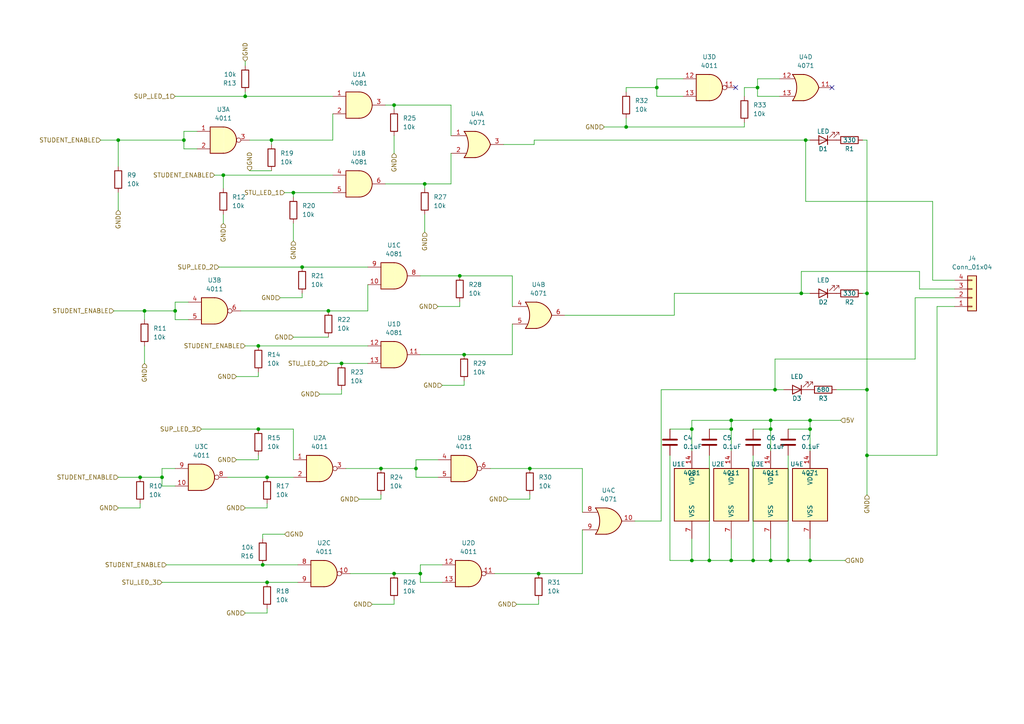
<source format=kicad_sch>
(kicad_sch (version 20211123) (generator eeschema)
  (paper "A4")
  (lib_symbols
    (symbol "4011_1" (pin_names (offset 1.016))
      (property "Reference" "U3" (at 0 8.89 0))
      (property "Value" "4011" (at 0 6.35 0))
      (symbol "4011_1_1_1"
        (pin input line (at -7.62 2.54 0) (length 3.81) (name "~") (number "1"))
        (pin input line (at -7.62 -2.54 0) (length 3.81) (name "~") (number "2"))
        (pin output inverted (at 7.62 0 180) (length 3.81) (name "~") (number "3"))
      )
      (symbol "4011_1_1_2"
        (pin input inverted (at -7.62 2.54 0) (length 4.318) (name "~") (number "1"))
        (pin input inverted (at -7.62 -2.54 0) (length 4.318) (name "~") (number "2"))
        (pin output line (at 7.62 0 180) (length 3.81) (name "~") (number "3"))
      )
      (symbol "4011_1_2_1"
        (pin output inverted (at 7.62 0 180) (length 3.81) (name "~") (number "4"))
        (pin input line (at -7.62 2.54 0) (length 3.81) (name "~") (number "5"))
        (pin input line (at -7.62 -2.54 0) (length 3.81) (name "~") (number "6"))
      )
      (symbol "4011_1_2_2"
        (pin output line (at 7.62 0 180) (length 3.81) (name "~") (number "4"))
        (pin input inverted (at -7.62 2.54 0) (length 4.318) (name "~") (number "5"))
        (pin input inverted (at -7.62 -2.54 0) (length 4.318) (name "~") (number "6"))
      )
      (symbol "4011_1_3_1"
        (pin input line (at -7.62 -2.54 0) (length 3.81) (name "~") (number "10"))
        (pin output inverted (at 7.62 0 180) (length 3.81) (name "") (number "8"))
        (pin input line (at -7.62 2.54 0) (length 3.81) (name "~") (number "9"))
      )
      (symbol "4011_1_3_2"
        (pin output line (at 7.62 0 180) (length 3.81) (name "~") (number "10"))
        (pin input inverted (at -7.62 2.54 0) (length 4.318) (name "~") (number "8"))
        (pin input inverted (at -7.62 -2.54 0) (length 4.318) (name "~") (number "9"))
      )
      (symbol "4011_1_4_1"
        (pin output inverted (at 7.62 0 180) (length 3.81) (name "~") (number "11"))
        (pin input line (at -7.62 2.54 0) (length 3.81) (name "~") (number "12"))
        (pin input line (at -7.62 -2.54 0) (length 3.81) (name "~") (number "13"))
      )
      (symbol "4011_1_4_2"
        (pin output line (at 7.62 0 180) (length 3.81) (name "~") (number "11"))
        (pin input inverted (at -7.62 2.54 0) (length 4.318) (name "~") (number "12"))
        (pin input inverted (at -7.62 -2.54 0) (length 4.318) (name "~") (number "13"))
      )
      (symbol "4011_1_5_0"
        (pin power_in line (at 0 12.7 270) (length 5.08) (name "VDD") (number "14"))
        (pin power_in line (at 0 -12.7 90) (length 5.08) (name "VSS") (number "7"))
      )
    )
    (symbol "4011_2" (pin_names (offset 1.016))
      (property "Reference" "U3" (at 0 8.89 0))
      (property "Value" "4011_2" (at 0 6.35 0))
      (symbol "4011_2_1_1"
        (pin input line (at -7.62 2.54 0) (length 3.81) (name "~") (number "1"))
        (pin input line (at -7.62 -2.54 0) (length 3.81) (name "~") (number "2"))
        (pin output inverted (at 7.62 0 180) (length 3.81) (name "~") (number "3"))
      )
      (symbol "4011_2_1_2"
        (pin input inverted (at -7.62 2.54 0) (length 4.318) (name "~") (number "1"))
        (pin input inverted (at -7.62 -2.54 0) (length 4.318) (name "~") (number "2"))
        (pin output line (at 7.62 0 180) (length 3.81) (name "~") (number "3"))
      )
      (symbol "4011_2_2_1"
        (pin input line (at -7.62 2.54 0) (length 3.81) (name "~") (number "4"))
        (pin input line (at -7.62 -2.54 0) (length 3.81) (name "~") (number "5"))
        (pin output inverted (at 7.62 0 180) (length 3.81) (name "~") (number "6"))
      )
      (symbol "4011_2_2_2"
        (pin output line (at 7.62 0 180) (length 3.81) (name "~") (number "4"))
        (pin input inverted (at -7.62 2.54 0) (length 4.318) (name "~") (number "5"))
        (pin input inverted (at -7.62 -2.54 0) (length 4.318) (name "~") (number "6"))
      )
      (symbol "4011_2_3_1"
        (pin output inverted (at 7.62 0 180) (length 3.81) (name "~") (number "10"))
        (pin input line (at -7.62 2.54 0) (length 3.81) (name "~") (number "8"))
        (pin input line (at -7.62 -2.54 0) (length 3.81) (name "~") (number "9"))
      )
      (symbol "4011_2_3_2"
        (pin output line (at 7.62 0 180) (length 3.81) (name "~") (number "10"))
        (pin input inverted (at -7.62 2.54 0) (length 4.318) (name "~") (number "8"))
        (pin input inverted (at -7.62 -2.54 0) (length 4.318) (name "~") (number "9"))
      )
      (symbol "4011_2_4_1"
        (pin output inverted (at 7.62 0 180) (length 3.81) (name "~") (number "11"))
        (pin input line (at -7.62 2.54 0) (length 3.81) (name "~") (number "12"))
        (pin input line (at -7.62 -2.54 0) (length 3.81) (name "~") (number "13"))
      )
      (symbol "4011_2_4_2"
        (pin output line (at 7.62 0 180) (length 3.81) (name "~") (number "11"))
        (pin input inverted (at -7.62 2.54 0) (length 4.318) (name "~") (number "12"))
        (pin input inverted (at -7.62 -2.54 0) (length 4.318) (name "~") (number "13"))
      )
      (symbol "4011_2_5_0"
        (pin power_in line (at 0 12.7 270) (length 5.08) (name "VDD") (number "14"))
        (pin power_in line (at 0 -12.7 90) (length 5.08) (name "VSS") (number "7"))
      )
    )
    (symbol "4011_3" (pin_names (offset 1.016))
      (property "Reference" "U2" (at 0 8.89 0))
      (property "Value" "4011_3" (at 0 6.35 0))
      (symbol "4011_3_1_1"
        (pin input line (at -7.62 2.54 0) (length 3.81) (name "~") (number "1"))
        (pin input line (at -7.62 -2.54 0) (length 3.81) (name "~") (number "2"))
        (pin output inverted (at 7.62 0 180) (length 3.81) (name "~") (number "3"))
      )
      (symbol "4011_3_1_2"
        (pin input inverted (at -7.62 2.54 0) (length 4.318) (name "~") (number "1"))
        (pin input inverted (at -7.62 -2.54 0) (length 4.318) (name "~") (number "2"))
        (pin output line (at 7.62 0 180) (length 3.81) (name "~") (number "3"))
      )
      (symbol "4011_3_2_1"
        (pin input line (at -7.62 2.54 0) (length 3.81) (name "~") (number "4"))
        (pin input line (at -7.62 -2.54 0) (length 3.81) (name "~") (number "5"))
        (pin output inverted (at 7.62 0 180) (length 3.81) (name "~") (number "6"))
      )
      (symbol "4011_3_2_2"
        (pin output line (at 7.62 0 180) (length 3.81) (name "~") (number "4"))
        (pin input inverted (at -7.62 2.54 0) (length 4.318) (name "~") (number "5"))
        (pin input inverted (at -7.62 -2.54 0) (length 4.318) (name "~") (number "6"))
      )
      (symbol "4011_3_3_1"
        (pin output inverted (at 7.62 0 180) (length 3.81) (name "~") (number "10"))
        (pin input line (at -7.62 2.54 0) (length 3.81) (name "~") (number "8"))
        (pin input line (at -7.62 -2.54 0) (length 3.81) (name "~") (number "9"))
      )
      (symbol "4011_3_3_2"
        (pin output line (at 7.62 0 180) (length 3.81) (name "~") (number "10"))
        (pin input inverted (at -7.62 2.54 0) (length 4.318) (name "~") (number "8"))
        (pin input inverted (at -7.62 -2.54 0) (length 4.318) (name "~") (number "9"))
      )
      (symbol "4011_3_4_1"
        (pin output inverted (at 7.62 0 180) (length 3.81) (name "~") (number "11"))
        (pin input line (at -7.62 2.54 0) (length 3.81) (name "~") (number "12"))
        (pin input line (at -7.62 -2.54 0) (length 3.81) (name "~") (number "13"))
      )
      (symbol "4011_3_4_2"
        (pin output line (at 7.62 0 180) (length 3.81) (name "~") (number "11"))
        (pin input inverted (at -7.62 2.54 0) (length 4.318) (name "~") (number "12"))
        (pin input inverted (at -7.62 -2.54 0) (length 4.318) (name "~") (number "13"))
      )
      (symbol "4011_3_5_0"
        (pin power_in line (at 0 12.7 270) (length 5.08) (name "VDD") (number "14"))
        (pin power_in line (at 0 -12.7 90) (length 5.08) (name "VSS") (number "7"))
      )
    )
    (symbol "4071_1" (pin_names (offset 1.016))
      (property "Reference" "U4" (at 0 8.89 0))
      (property "Value" "4071_1" (at 0 6.35 0))
      (symbol "4071_1_1_1"
        (pin input line (at -7.62 2.54 0) (length 4.318) (name "~") (number "1"))
        (pin input line (at -7.62 -2.54 0) (length 4.318) (name "~") (number "2"))
        (pin output line (at 7.62 0 180) (length 3.81) (name "~") (number "3"))
      )
      (symbol "4071_1_1_2"
        (pin input inverted (at -7.62 2.54 0) (length 3.81) (name "~") (number "1"))
        (pin input inverted (at -7.62 -2.54 0) (length 3.81) (name "~") (number "2"))
        (pin output inverted (at 7.62 0 180) (length 3.81) (name "~") (number "3"))
      )
      (symbol "4071_1_2_1"
        (pin input line (at -7.62 2.54 0) (length 4.318) (name "~") (number "4"))
        (pin input line (at -7.62 -2.54 0) (length 4.318) (name "~") (number "5"))
        (pin output line (at 7.62 0 180) (length 3.81) (name "~") (number "6"))
      )
      (symbol "4071_1_2_2"
        (pin output inverted (at 7.62 0 180) (length 3.81) (name "~") (number "4"))
        (pin input inverted (at -7.62 2.54 0) (length 3.81) (name "~") (number "5"))
        (pin input inverted (at -7.62 -2.54 0) (length 3.81) (name "~") (number "6"))
      )
      (symbol "4071_1_3_1"
        (pin output line (at 7.62 0 180) (length 3.81) (name "~") (number "10"))
        (pin input line (at -7.62 2.54 0) (length 4.318) (name "~") (number "8"))
        (pin input line (at -7.62 -2.54 0) (length 4.318) (name "~") (number "9"))
      )
      (symbol "4071_1_3_2"
        (pin output inverted (at 7.62 0 180) (length 3.81) (name "~") (number "10"))
        (pin input inverted (at -7.62 2.54 0) (length 3.81) (name "~") (number "8"))
        (pin input inverted (at -7.62 -2.54 0) (length 3.81) (name "~") (number "9"))
      )
      (symbol "4071_1_4_1"
        (pin output line (at 7.62 0 180) (length 3.81) (name "~") (number "11"))
        (pin input line (at -7.62 2.54 0) (length 4.318) (name "~") (number "12"))
        (pin input line (at -7.62 -2.54 0) (length 4.318) (name "~") (number "13"))
      )
      (symbol "4071_1_4_2"
        (pin output inverted (at 7.62 0 180) (length 3.81) (name "~") (number "11"))
        (pin input inverted (at -7.62 2.54 0) (length 3.81) (name "~") (number "12"))
        (pin input inverted (at -7.62 -2.54 0) (length 3.81) (name "~") (number "13"))
      )
      (symbol "4071_1_5_0"
        (pin power_in line (at 0 12.7 270) (length 5.08) (name "VDD") (number "14"))
        (pin power_in line (at 0 -12.7 90) (length 5.08) (name "VSS") (number "7"))
      )
    )
    (symbol "4081_1" (pin_names (offset 1.016))
      (property "Reference" "U1" (at 0 8.89 0))
      (property "Value" "4081_1" (at 0 6.35 0))
      (symbol "4081_1_1_1"
        (pin input line (at -7.62 2.54 0) (length 3.81) (name "~") (number "1"))
        (pin input line (at -7.62 -2.54 0) (length 3.81) (name "~") (number "2"))
        (pin output line (at 7.62 0 180) (length 3.81) (name "~") (number "3"))
      )
      (symbol "4081_1_1_2"
        (pin input inverted (at -7.62 2.54 0) (length 4.318) (name "~") (number "1"))
        (pin input inverted (at -7.62 -2.54 0) (length 4.318) (name "~") (number "2"))
        (pin output inverted (at 7.62 0 180) (length 3.81) (name "~") (number "3"))
      )
      (symbol "4081_1_2_1"
        (pin output line (at 7.62 0 180) (length 3.81) (name "~") (number "4"))
        (pin input line (at -7.62 2.54 0) (length 3.81) (name "~") (number "5"))
        (pin input line (at -7.62 -2.54 0) (length 3.81) (name "~") (number "6"))
      )
      (symbol "4081_1_2_2"
        (pin output inverted (at 7.62 0 180) (length 3.81) (name "~") (number "4"))
        (pin input inverted (at -7.62 2.54 0) (length 4.318) (name "~") (number "5"))
        (pin input inverted (at -7.62 -2.54 0) (length 4.318) (name "~") (number "6"))
      )
      (symbol "4081_1_3_1"
        (pin input line (at -7.62 -2.54 0) (length 3.81) (name "~") (number "10"))
        (pin output line (at 7.62 0 180) (length 3.81) (name "~") (number "8"))
        (pin input line (at -7.62 2.54 0) (length 3.81) (name "~") (number "9"))
      )
      (symbol "4081_1_3_2"
        (pin output inverted (at 7.62 0 180) (length 3.81) (name "~") (number "10"))
        (pin input inverted (at -7.62 2.54 0) (length 4.318) (name "~") (number "8"))
        (pin input inverted (at -7.62 -2.54 0) (length 4.318) (name "~") (number "9"))
      )
      (symbol "4081_1_4_1"
        (pin output line (at 7.62 0 180) (length 3.81) (name "~") (number "11"))
        (pin input line (at -7.62 2.54 0) (length 3.81) (name "~") (number "12"))
        (pin input line (at -7.62 -2.54 0) (length 3.81) (name "~") (number "13"))
      )
      (symbol "4081_1_4_2"
        (pin output inverted (at 7.62 0 180) (length 3.81) (name "~") (number "11"))
        (pin input inverted (at -7.62 2.54 0) (length 4.318) (name "~") (number "12"))
        (pin input inverted (at -7.62 -2.54 0) (length 4.318) (name "~") (number "13"))
      )
      (symbol "4081_1_5_0"
        (pin power_in line (at 0 12.7 270) (length 5.08) (name "VDD") (number "14"))
        (pin power_in line (at 0 -12.7 90) (length 5.08) (name "VSS") (number "7"))
      )
    )
    (symbol "4081_2" (pin_names (offset 1.016))
      (property "Reference" "U1" (at 0 8.89 0))
      (property "Value" "4081_2" (at 0 6.35 0))
      (symbol "4081_2_1_1"
        (pin input line (at -7.62 2.54 0) (length 3.81) (name "~") (number "1"))
        (pin input line (at -7.62 -2.54 0) (length 3.81) (name "~") (number "2"))
        (pin output line (at 7.62 0 180) (length 3.81) (name "~") (number "3"))
      )
      (symbol "4081_2_1_2"
        (pin input inverted (at -7.62 2.54 0) (length 4.318) (name "~") (number "1"))
        (pin input inverted (at -7.62 -2.54 0) (length 4.318) (name "~") (number "2"))
        (pin output inverted (at 7.62 0 180) (length 3.81) (name "~") (number "3"))
      )
      (symbol "4081_2_2_1"
        (pin input line (at -7.62 2.54 0) (length 3.81) (name "~") (number "4"))
        (pin input line (at -7.62 -2.54 0) (length 3.81) (name "~") (number "5"))
        (pin output line (at 7.62 0 180) (length 3.81) (name "~") (number "6"))
      )
      (symbol "4081_2_2_2"
        (pin output inverted (at 7.62 0 180) (length 3.81) (name "~") (number "4"))
        (pin input inverted (at -7.62 2.54 0) (length 4.318) (name "~") (number "5"))
        (pin input inverted (at -7.62 -2.54 0) (length 4.318) (name "~") (number "6"))
      )
      (symbol "4081_2_3_1"
        (pin output line (at 7.62 0 180) (length 3.81) (name "~") (number "10"))
        (pin input line (at -7.62 2.54 0) (length 3.81) (name "~") (number "8"))
        (pin input line (at -7.62 -2.54 0) (length 3.81) (name "~") (number "9"))
      )
      (symbol "4081_2_3_2"
        (pin output inverted (at 7.62 0 180) (length 3.81) (name "~") (number "10"))
        (pin input inverted (at -7.62 2.54 0) (length 4.318) (name "~") (number "8"))
        (pin input inverted (at -7.62 -2.54 0) (length 4.318) (name "~") (number "9"))
      )
      (symbol "4081_2_4_1"
        (pin output line (at 7.62 0 180) (length 3.81) (name "~") (number "11"))
        (pin input line (at -7.62 2.54 0) (length 3.81) (name "~") (number "12"))
        (pin input line (at -7.62 -2.54 0) (length 3.81) (name "~") (number "13"))
      )
      (symbol "4081_2_4_2"
        (pin output inverted (at 7.62 0 180) (length 3.81) (name "~") (number "11"))
        (pin input inverted (at -7.62 2.54 0) (length 4.318) (name "~") (number "12"))
        (pin input inverted (at -7.62 -2.54 0) (length 4.318) (name "~") (number "13"))
      )
      (symbol "4081_2_5_0"
        (pin power_in line (at 0 12.7 270) (length 5.08) (name "VDD") (number "14"))
        (pin power_in line (at 0 -12.7 90) (length 5.08) (name "VSS") (number "7"))
      )
    )
    (symbol "4xxx:4011" (pin_names (offset 1.016))
      (property "Reference" "U" (at 0 1.27 0))
      (property "Value" "4011" (at 0 -1.27 0))
      (symbol "4011_1_1"
        (pin input line (at -7.62 2.54 0) (length 3.81) (name "~") (number "1"))
        (pin input line (at -7.62 -2.54 0) (length 3.81) (name "~") (number "2"))
        (pin output inverted (at 7.62 0 180) (length 3.81) (name "~") (number "3"))
      )
      (symbol "4011_1_2"
        (pin input inverted (at -7.62 2.54 0) (length 4.318) (name "~") (number "1"))
        (pin input inverted (at -7.62 -2.54 0) (length 4.318) (name "~") (number "2"))
        (pin output line (at 7.62 0 180) (length 3.81) (name "~") (number "3"))
      )
      (symbol "4011_2_1"
        (pin output inverted (at 7.62 0 180) (length 3.81) (name "~") (number "4"))
        (pin input line (at -7.62 2.54 0) (length 3.81) (name "~") (number "5"))
        (pin input line (at -7.62 -2.54 0) (length 3.81) (name "~") (number "6"))
      )
      (symbol "4011_2_2"
        (pin output line (at 7.62 0 180) (length 3.81) (name "~") (number "4"))
        (pin input inverted (at -7.62 2.54 0) (length 4.318) (name "~") (number "5"))
        (pin input inverted (at -7.62 -2.54 0) (length 4.318) (name "~") (number "6"))
      )
      (symbol "4011_3_1"
        (pin output inverted (at 7.62 0 180) (length 3.81) (name "~") (number "10"))
        (pin input line (at -7.62 2.54 0) (length 3.81) (name "~") (number "8"))
        (pin input line (at -7.62 -2.54 0) (length 3.81) (name "~") (number "9"))
      )
      (symbol "4011_3_2"
        (pin output line (at 7.62 0 180) (length 3.81) (name "~") (number "10"))
        (pin input inverted (at -7.62 2.54 0) (length 4.318) (name "~") (number "8"))
        (pin input inverted (at -7.62 -2.54 0) (length 4.318) (name "~") (number "9"))
      )
      (symbol "4011_4_1"
        (pin output inverted (at 7.62 0 180) (length 3.81) (name "~") (number "11"))
        (pin input line (at -7.62 2.54 0) (length 3.81) (name "~") (number "12"))
        (pin input line (at -7.62 -2.54 0) (length 3.81) (name "~") (number "13"))
      )
      (symbol "4011_4_2"
        (pin output line (at 7.62 0 180) (length 3.81) (name "~") (number "11"))
        (pin input inverted (at -7.62 2.54 0) (length 4.318) (name "~") (number "12"))
        (pin input inverted (at -7.62 -2.54 0) (length 4.318) (name "~") (number "13"))
      )
      (symbol "4011_5_0"
        (pin power_in line (at 0 12.7 270) (length 5.08) (name "VDD") (number "14"))
        (pin power_in line (at 0 -12.7 90) (length 5.08) (name "VSS") (number "7"))
      )
    )
    (symbol "4xxx:4071" (pin_names (offset 1.016))
      (property "Reference" "U" (at 0 1.27 0))
      (property "Value" "4071" (at 0 -1.27 0))
      (symbol "4071_1_1"
        (pin input line (at -7.62 2.54 0) (length 4.318) (name "~") (number "1"))
        (pin input line (at -7.62 -2.54 0) (length 4.318) (name "~") (number "2"))
        (pin output line (at 7.62 0 180) (length 3.81) (name "~") (number "3"))
      )
      (symbol "4071_1_2"
        (pin input inverted (at -7.62 2.54 0) (length 3.81) (name "~") (number "1"))
        (pin input inverted (at -7.62 -2.54 0) (length 3.81) (name "~") (number "2"))
        (pin output inverted (at 7.62 0 180) (length 3.81) (name "~") (number "3"))
      )
      (symbol "4071_2_1"
        (pin output line (at 7.62 0 180) (length 3.81) (name "~") (number "4"))
        (pin input line (at -7.62 2.54 0) (length 4.318) (name "~") (number "5"))
        (pin input line (at -7.62 -2.54 0) (length 4.318) (name "~") (number "6"))
      )
      (symbol "4071_2_2"
        (pin output inverted (at 7.62 0 180) (length 3.81) (name "~") (number "4"))
        (pin input inverted (at -7.62 2.54 0) (length 3.81) (name "~") (number "5"))
        (pin input inverted (at -7.62 -2.54 0) (length 3.81) (name "~") (number "6"))
      )
      (symbol "4071_3_1"
        (pin output line (at 7.62 0 180) (length 3.81) (name "~") (number "10"))
        (pin input line (at -7.62 2.54 0) (length 4.318) (name "~") (number "8"))
        (pin input line (at -7.62 -2.54 0) (length 4.318) (name "~") (number "9"))
      )
      (symbol "4071_3_2"
        (pin output inverted (at 7.62 0 180) (length 3.81) (name "~") (number "10"))
        (pin input inverted (at -7.62 2.54 0) (length 3.81) (name "~") (number "8"))
        (pin input inverted (at -7.62 -2.54 0) (length 3.81) (name "~") (number "9"))
      )
      (symbol "4071_4_1"
        (pin output line (at 7.62 0 180) (length 3.81) (name "~") (number "11"))
        (pin input line (at -7.62 2.54 0) (length 4.318) (name "~") (number "12"))
        (pin input line (at -7.62 -2.54 0) (length 4.318) (name "~") (number "13"))
      )
      (symbol "4071_4_2"
        (pin output inverted (at 7.62 0 180) (length 3.81) (name "~") (number "11"))
        (pin input inverted (at -7.62 2.54 0) (length 3.81) (name "~") (number "12"))
        (pin input inverted (at -7.62 -2.54 0) (length 3.81) (name "~") (number "13"))
      )
      (symbol "4071_5_0"
        (pin power_in line (at 0 12.7 270) (length 5.08) (name "VDD") (number "14"))
        (pin power_in line (at 0 -12.7 90) (length 5.08) (name "VSS") (number "7"))
      )
    )
    (symbol "4xxx:4081" (pin_names (offset 1.016))
      (property "Reference" "U" (at 0 1.27 0))
      (property "Value" "4081" (at 0 -1.27 0))
      (symbol "4081_1_1"
        (pin input line (at -7.62 2.54 0) (length 3.81) (name "~") (number "1"))
        (pin input line (at -7.62 -2.54 0) (length 3.81) (name "~") (number "2"))
        (pin output line (at 7.62 0 180) (length 3.81) (name "~") (number "3"))
      )
      (symbol "4081_1_2"
        (pin input inverted (at -7.62 2.54 0) (length 4.318) (name "~") (number "1"))
        (pin input inverted (at -7.62 -2.54 0) (length 4.318) (name "~") (number "2"))
        (pin output inverted (at 7.62 0 180) (length 3.81) (name "~") (number "3"))
      )
      (symbol "4081_2_1"
        (pin output line (at 7.62 0 180) (length 3.81) (name "~") (number "4"))
        (pin input line (at -7.62 2.54 0) (length 3.81) (name "~") (number "5"))
        (pin input line (at -7.62 -2.54 0) (length 3.81) (name "~") (number "6"))
      )
      (symbol "4081_2_2"
        (pin output inverted (at 7.62 0 180) (length 3.81) (name "~") (number "4"))
        (pin input inverted (at -7.62 2.54 0) (length 4.318) (name "~") (number "5"))
        (pin input inverted (at -7.62 -2.54 0) (length 4.318) (name "~") (number "6"))
      )
      (symbol "4081_3_1"
        (pin output line (at 7.62 0 180) (length 3.81) (name "~") (number "10"))
        (pin input line (at -7.62 2.54 0) (length 3.81) (name "~") (number "8"))
        (pin input line (at -7.62 -2.54 0) (length 3.81) (name "~") (number "9"))
      )
      (symbol "4081_3_2"
        (pin output inverted (at 7.62 0 180) (length 3.81) (name "~") (number "10"))
        (pin input inverted (at -7.62 2.54 0) (length 4.318) (name "~") (number "8"))
        (pin input inverted (at -7.62 -2.54 0) (length 4.318) (name "~") (number "9"))
      )
      (symbol "4081_4_1"
        (pin output line (at 7.62 0 180) (length 3.81) (name "~") (number "11"))
        (pin input line (at -7.62 2.54 0) (length 3.81) (name "~") (number "12"))
        (pin input line (at -7.62 -2.54 0) (length 3.81) (name "~") (number "13"))
      )
      (symbol "4081_4_2"
        (pin output inverted (at 7.62 0 180) (length 3.81) (name "~") (number "11"))
        (pin input inverted (at -7.62 2.54 0) (length 4.318) (name "~") (number "12"))
        (pin input inverted (at -7.62 -2.54 0) (length 4.318) (name "~") (number "13"))
      )
      (symbol "4081_5_0"
        (pin power_in line (at 0 12.7 270) (length 5.08) (name "VDD") (number "14"))
        (pin power_in line (at 0 -12.7 90) (length 5.08) (name "VSS") (number "7"))
      )
    )
    (symbol "Connector_Generic:Conn_01x04" (pin_names (offset 1.016) hide)
      (property "Reference" "J" (at 0 5.08 0))
      (property "Value" "Conn_01x04" (at 0 -7.62 0))
      (symbol "Conn_01x04_1_1"
        (pin passive line (at -5.08 2.54 0) (length 3.81) (name "Pin_1") (number "1"))
        (pin passive line (at -5.08 0 0) (length 3.81) (name "Pin_2") (number "2"))
        (pin passive line (at -5.08 -2.54 0) (length 3.81) (name "Pin_3") (number "3"))
        (pin passive line (at -5.08 -5.08 0) (length 3.81) (name "Pin_4") (number "4"))
      )
    )
    (symbol "Device:C" (pin_numbers hide) (pin_names (offset 0.254))
      (property "Reference" "C" (at 0.635 2.54 0))
      (property "Value" "C" (at 0.635 -2.54 0))
      (symbol "C_1_1"
        (pin passive line (at 0 3.81 270) (length 2.794) (name "~") (number "1"))
        (pin passive line (at 0 -3.81 90) (length 2.794) (name "~") (number "2"))
      )
    )
    (symbol "Device:LED" (pin_numbers hide) (pin_names (offset 1.016) hide)
      (property "Reference" "D" (at 0 2.54 0))
      (property "Value" "LED" (at 0 -2.54 0))
      (symbol "LED_1_1"
        (pin passive line (at -3.81 0 0) (length 2.54) (name "K") (number "1"))
        (pin passive line (at 3.81 0 180) (length 2.54) (name "A") (number "2"))
      )
    )
    (symbol "Device:R" (pin_numbers hide) (pin_names (offset 0))
      (property "Reference" "R" (at 2.032 0 90))
      (property "Value" "R" (at 0 0 90))
      (symbol "R_1_1"
        (pin passive line (at 0 3.81 270) (length 1.27) (name "~") (number "1"))
        (pin passive line (at 0 -3.81 90) (length 1.27) (name "~") (number "2"))
      )
    )
  )
  (junction (at 205.74 162.56))
  (junction (at 87.63 77.47))
  (junction (at 234.95 121.92))
  (junction (at 200.66 124.46))
  (junction (at 74.93 124.46))
  (junction (at 76.2 163.83))
  (junction (at 153.67 135.89))
  (junction (at 64.77 50.8))
  (junction (at 181.61 36.83))
  (junction (at 212.09 124.46))
  (junction (at 212.09 162.56))
  (junction (at 133.35 80.01))
  (junction (at 123.19 53.34))
  (junction (at 223.52 162.56))
  (junction (at 40.64 138.43))
  (junction (at 78.74 40.64))
  (junction (at 190.5 25.4))
  (junction (at 71.12 27.94))
  (junction (at 251.46 85.09))
  (junction (at 77.47 138.43))
  (junction (at 234.95 162.56))
  (junction (at 120.65 135.89))
  (junction (at 99.06 105.41))
  (junction (at 219.71 25.4))
  (junction (at 223.52 124.46))
  (junction (at 53.34 40.64))
  (junction (at 200.66 162.56))
  (junction (at 251.46 113.03))
  (junction (at 224.79 113.03))
  (junction (at 46.99 138.43))
  (junction (at 233.68 40.64))
  (junction (at 234.95 124.46))
  (junction (at 41.91 90.17))
  (junction (at 85.09 55.88))
  (junction (at 156.21 166.37))
  (junction (at 223.52 121.92))
  (junction (at 114.3 30.48))
  (junction (at 212.09 121.92))
  (junction (at 34.29 40.64))
  (junction (at 50.8 90.17))
  (junction (at 232.41 85.09))
  (junction (at 95.25 90.17))
  (junction (at 114.3 166.37))
  (junction (at 218.44 162.56))
  (junction (at 77.47 168.91))
  (junction (at 121.92 166.37))
  (junction (at 134.62 102.87))
  (junction (at 251.46 132.08))
  (junction (at 74.93 100.33))
  (junction (at 228.6 162.56))
  (junction (at 110.49 135.89))
  (no_connect (at 241.3 25.4))
  (no_connect (at 213.36 25.4))
  (wire (pts (xy 50.8 27.94) (xy 71.12 27.94)))
  (wire (pts (xy 76.2 156.21) (xy 76.2 154.94)))
  (wire (pts (xy 181.61 36.83) (xy 215.9 36.83)))
  (wire (pts (xy 99.06 105.41) (xy 106.68 105.41)))
  (wire (pts (xy 62.23 50.8) (xy 64.77 50.8)))
  (wire (pts (xy 81.28 86.36) (xy 87.63 86.36)))
  (wire (pts (xy 215.9 27.94) (xy 215.9 25.4)))
  (wire (pts (xy 34.29 40.64) (xy 53.34 40.64)))
  (wire (pts (xy 200.66 162.56) (xy 200.66 156.21)))
  (wire (pts (xy 95.25 90.17) (xy 106.68 90.17)))
  (wire (pts (xy 123.19 53.34) (xy 123.19 54.61)))
  (wire (pts (xy 218.44 162.56) (xy 223.52 162.56)))
  (wire (pts (xy 219.71 25.4) (xy 219.71 27.94)))
  (wire (pts (xy 134.62 110.49) (xy 134.62 111.76)))
  (wire (pts (xy 128.27 111.76) (xy 134.62 111.76)))
  (wire (pts (xy 34.29 40.64) (xy 34.29 48.26)))
  (wire (pts (xy 223.52 124.46) (xy 223.52 130.81)))
  (wire (pts (xy 114.3 166.37) (xy 121.92 166.37)))
  (wire (pts (xy 215.9 25.4) (xy 219.71 25.4)))
  (wire (pts (xy 85.09 55.88) (xy 85.09 57.15)))
  (wire (pts (xy 95.25 105.41) (xy 99.06 105.41)))
  (wire (pts (xy 181.61 26.67) (xy 181.61 25.4)))
  (wire (pts (xy 123.19 67.31) (xy 123.19 62.23)))
  (wire (pts (xy 130.81 53.34) (xy 130.81 44.45)))
  (wire (pts (xy 251.46 40.64) (xy 251.46 85.09)))
  (wire (pts (xy 85.09 69.85) (xy 85.09 64.77)))
  (wire (pts (xy 265.43 86.36) (xy 265.43 104.14)))
  (wire (pts (xy 234.95 121.92) (xy 234.95 124.46)))
  (wire (pts (xy 148.59 80.01) (xy 148.59 88.9)))
  (wire (pts (xy 85.09 55.88) (xy 96.52 55.88)))
  (wire (pts (xy 53.34 38.1) (xy 53.34 40.64)))
  (wire (pts (xy 251.46 85.09) (xy 251.46 113.03)))
  (wire (pts (xy 194.31 132.08) (xy 194.31 162.56)))
  (wire (pts (xy 190.5 27.94) (xy 198.12 27.94)))
  (wire (pts (xy 234.95 121.92) (xy 243.84 121.92)))
  (wire (pts (xy 110.49 135.89) (xy 120.65 135.89)))
  (wire (pts (xy 64.77 64.77) (xy 64.77 62.23)))
  (wire (pts (xy 121.92 163.83) (xy 121.92 166.37)))
  (wire (pts (xy 111.76 53.34) (xy 123.19 53.34)))
  (wire (pts (xy 218.44 132.08) (xy 218.44 162.56)))
  (wire (pts (xy 85.09 97.79) (xy 95.25 97.79)))
  (wire (pts (xy 76.2 163.83) (xy 86.36 163.83)))
  (wire (pts (xy 71.12 147.32) (xy 77.47 147.32)))
  (wire (pts (xy 130.81 30.48) (xy 130.81 39.37)))
  (wire (pts (xy 181.61 34.29) (xy 181.61 36.83)))
  (wire (pts (xy 228.6 162.56) (xy 234.95 162.56)))
  (wire (pts (xy 34.29 60.96) (xy 34.29 55.88)))
  (wire (pts (xy 233.68 58.42) (xy 233.68 40.64)))
  (wire (pts (xy 85.09 124.46) (xy 85.09 133.35)))
  (wire (pts (xy 276.86 83.82) (xy 266.7 83.82)))
  (wire (pts (xy 191.77 113.03) (xy 224.79 113.03)))
  (wire (pts (xy 266.7 83.82) (xy 266.7 78.74)))
  (wire (pts (xy 110.49 143.51) (xy 110.49 144.78)))
  (wire (pts (xy 128.27 163.83) (xy 121.92 163.83)))
  (wire (pts (xy 200.66 121.92) (xy 212.09 121.92)))
  (wire (pts (xy 234.95 156.21) (xy 234.95 162.56)))
  (wire (pts (xy 48.26 163.83) (xy 76.2 163.83)))
  (wire (pts (xy 106.68 90.17) (xy 106.68 82.55)))
  (wire (pts (xy 147.32 144.78) (xy 153.67 144.78)))
  (wire (pts (xy 143.51 166.37) (xy 156.21 166.37)))
  (wire (pts (xy 265.43 104.14) (xy 224.79 104.14)))
  (wire (pts (xy 223.52 162.56) (xy 228.6 162.56)))
  (wire (pts (xy 251.46 132.08) (xy 271.78 132.08)))
  (wire (pts (xy 232.41 78.74) (xy 232.41 85.09)))
  (wire (pts (xy 190.5 25.4) (xy 190.5 27.94)))
  (wire (pts (xy 107.95 175.26) (xy 114.3 175.26)))
  (wire (pts (xy 195.58 85.09) (xy 195.58 91.44)))
  (wire (pts (xy 50.8 87.63) (xy 50.8 90.17)))
  (wire (pts (xy 242.57 113.03) (xy 251.46 113.03)))
  (wire (pts (xy 66.04 138.43) (xy 77.47 138.43)))
  (wire (pts (xy 114.3 44.45) (xy 114.3 39.37)))
  (wire (pts (xy 74.93 132.08) (xy 74.93 133.35)))
  (wire (pts (xy 154.94 40.64) (xy 233.68 40.64)))
  (wire (pts (xy 195.58 91.44) (xy 163.83 91.44)))
  (wire (pts (xy 74.93 124.46) (xy 85.09 124.46)))
  (wire (pts (xy 114.3 30.48) (xy 114.3 31.75)))
  (wire (pts (xy 194.31 162.56) (xy 200.66 162.56)))
  (wire (pts (xy 224.79 104.14) (xy 224.79 113.03)))
  (wire (pts (xy 121.92 168.91) (xy 128.27 168.91)))
  (wire (pts (xy 149.86 175.26) (xy 156.21 175.26)))
  (wire (pts (xy 40.64 138.43) (xy 46.99 138.43)))
  (wire (pts (xy 142.24 135.89) (xy 153.67 135.89)))
  (wire (pts (xy 223.52 156.21) (xy 223.52 162.56)))
  (wire (pts (xy 99.06 113.03) (xy 99.06 114.3)))
  (wire (pts (xy 168.91 135.89) (xy 168.91 148.59)))
  (wire (pts (xy 96.52 40.64) (xy 96.52 33.02)))
  (wire (pts (xy 148.59 102.87) (xy 148.59 93.98)))
  (wire (pts (xy 78.74 40.64) (xy 78.74 41.91)))
  (wire (pts (xy 104.14 144.78) (xy 110.49 144.78)))
  (wire (pts (xy 68.58 133.35) (xy 74.93 133.35)))
  (wire (pts (xy 212.09 121.92) (xy 212.09 124.46)))
  (wire (pts (xy 87.63 77.47) (xy 106.68 77.47)))
  (wire (pts (xy 127 88.9) (xy 133.35 88.9)))
  (wire (pts (xy 234.95 124.46) (xy 234.95 130.81)))
  (wire (pts (xy 219.71 27.94) (xy 226.06 27.94)))
  (wire (pts (xy 223.52 121.92) (xy 234.95 121.92)))
  (wire (pts (xy 34.29 147.32) (xy 40.64 147.32)))
  (wire (pts (xy 121.92 80.01) (xy 133.35 80.01)))
  (wire (pts (xy 54.61 87.63) (xy 50.8 87.63)))
  (wire (pts (xy 198.12 22.86) (xy 190.5 22.86)))
  (wire (pts (xy 218.44 124.46) (xy 223.52 124.46)))
  (wire (pts (xy 29.21 40.64) (xy 34.29 40.64)))
  (wire (pts (xy 64.77 50.8) (xy 64.77 54.61)))
  (wire (pts (xy 87.63 85.09) (xy 87.63 86.36)))
  (wire (pts (xy 114.3 30.48) (xy 130.81 30.48)))
  (wire (pts (xy 276.86 86.36) (xy 265.43 86.36)))
  (wire (pts (xy 57.15 38.1) (xy 53.34 38.1)))
  (wire (pts (xy 251.46 132.08) (xy 251.46 143.51)))
  (wire (pts (xy 77.47 138.43) (xy 85.09 138.43)))
  (wire (pts (xy 276.86 81.28) (xy 270.51 81.28)))
  (wire (pts (xy 134.62 102.87) (xy 148.59 102.87)))
  (wire (pts (xy 77.47 146.05) (xy 77.47 147.32)))
  (wire (pts (xy 232.41 85.09) (xy 234.95 85.09)))
  (wire (pts (xy 58.42 124.46) (xy 74.93 124.46)))
  (wire (pts (xy 154.94 41.91) (xy 146.05 41.91)))
  (wire (pts (xy 266.7 78.74) (xy 232.41 78.74)))
  (wire (pts (xy 78.74 40.64) (xy 96.52 40.64)))
  (wire (pts (xy 228.6 132.08) (xy 228.6 162.56)))
  (wire (pts (xy 120.65 138.43) (xy 127 138.43)))
  (wire (pts (xy 224.79 113.03) (xy 227.33 113.03)))
  (wire (pts (xy 82.55 154.94) (xy 76.2 154.94)))
  (wire (pts (xy 168.91 153.67) (xy 168.91 166.37)))
  (wire (pts (xy 71.12 177.8) (xy 77.47 177.8)))
  (wire (pts (xy 190.5 22.86) (xy 190.5 25.4)))
  (wire (pts (xy 34.29 138.43) (xy 40.64 138.43)))
  (wire (pts (xy 50.8 92.71) (xy 54.61 92.71)))
  (wire (pts (xy 184.15 151.13) (xy 191.77 151.13)))
  (wire (pts (xy 72.39 40.64) (xy 78.74 40.64)))
  (wire (pts (xy 133.35 80.01) (xy 148.59 80.01)))
  (wire (pts (xy 212.09 156.21) (xy 212.09 162.56)))
  (wire (pts (xy 71.12 100.33) (xy 74.93 100.33)))
  (wire (pts (xy 205.74 132.08) (xy 205.74 162.56)))
  (wire (pts (xy 133.35 87.63) (xy 133.35 88.9)))
  (wire (pts (xy 234.95 162.56) (xy 245.11 162.56)))
  (wire (pts (xy 74.93 100.33) (xy 106.68 100.33)))
  (wire (pts (xy 200.66 121.92) (xy 200.66 124.46)))
  (wire (pts (xy 251.46 113.03) (xy 251.46 132.08)))
  (wire (pts (xy 40.64 146.05) (xy 40.64 147.32)))
  (wire (pts (xy 71.12 27.94) (xy 96.52 27.94)))
  (wire (pts (xy 64.77 50.8) (xy 96.52 50.8)))
  (wire (pts (xy 53.34 40.64) (xy 53.34 43.18)))
  (wire (pts (xy 120.65 135.89) (xy 120.65 138.43)))
  (wire (pts (xy 270.51 81.28) (xy 270.51 58.42)))
  (wire (pts (xy 46.99 168.91) (xy 77.47 168.91)))
  (wire (pts (xy 41.91 105.41) (xy 41.91 100.33)))
  (wire (pts (xy 156.21 173.99) (xy 156.21 175.26)))
  (wire (pts (xy 226.06 22.86) (xy 219.71 22.86)))
  (wire (pts (xy 215.9 36.83) (xy 215.9 35.56)))
  (wire (pts (xy 77.47 168.91) (xy 86.36 168.91)))
  (wire (pts (xy 200.66 124.46) (xy 200.66 130.81)))
  (wire (pts (xy 92.71 114.3) (xy 99.06 114.3)))
  (wire (pts (xy 271.78 88.9) (xy 271.78 132.08)))
  (wire (pts (xy 50.8 135.89) (xy 46.99 135.89)))
  (wire (pts (xy 233.68 40.64) (xy 234.95 40.64)))
  (wire (pts (xy 251.46 85.09) (xy 250.19 85.09)))
  (wire (pts (xy 212.09 124.46) (xy 212.09 130.81)))
  (wire (pts (xy 72.39 49.53) (xy 78.74 49.53)))
  (wire (pts (xy 181.61 25.4) (xy 190.5 25.4)))
  (wire (pts (xy 71.12 17.78) (xy 71.12 19.05)))
  (wire (pts (xy 121.92 166.37) (xy 121.92 168.91)))
  (wire (pts (xy 100.33 135.89) (xy 110.49 135.89)))
  (wire (pts (xy 111.76 30.48) (xy 114.3 30.48)))
  (wire (pts (xy 68.58 109.22) (xy 74.93 109.22)))
  (wire (pts (xy 46.99 140.97) (xy 50.8 140.97)))
  (wire (pts (xy 82.55 55.88) (xy 85.09 55.88)))
  (wire (pts (xy 33.02 90.17) (xy 41.91 90.17)))
  (wire (pts (xy 212.09 121.92) (xy 223.52 121.92)))
  (wire (pts (xy 121.92 102.87) (xy 134.62 102.87)))
  (wire (pts (xy 71.12 26.67) (xy 71.12 27.94)))
  (wire (pts (xy 46.99 135.89) (xy 46.99 138.43)))
  (wire (pts (xy 200.66 162.56) (xy 205.74 162.56)))
  (wire (pts (xy 127 133.35) (xy 120.65 133.35)))
  (wire (pts (xy 114.3 173.99) (xy 114.3 175.26)))
  (wire (pts (xy 205.74 162.56) (xy 212.09 162.56)))
  (wire (pts (xy 223.52 121.92) (xy 223.52 124.46)))
  (wire (pts (xy 101.6 166.37) (xy 114.3 166.37)))
  (wire (pts (xy 175.26 36.83) (xy 181.61 36.83)))
  (wire (pts (xy 123.19 53.34) (xy 130.81 53.34)))
  (wire (pts (xy 270.51 58.42) (xy 233.68 58.42)))
  (wire (pts (xy 50.8 90.17) (xy 50.8 92.71)))
  (wire (pts (xy 41.91 90.17) (xy 41.91 92.71)))
  (wire (pts (xy 219.71 22.86) (xy 219.71 25.4)))
  (wire (pts (xy 228.6 124.46) (xy 234.95 124.46)))
  (wire (pts (xy 194.31 124.46) (xy 200.66 124.46)))
  (wire (pts (xy 77.47 176.53) (xy 77.47 177.8)))
  (wire (pts (xy 46.99 138.43) (xy 46.99 140.97)))
  (wire (pts (xy 212.09 162.56) (xy 218.44 162.56)))
  (wire (pts (xy 63.5 77.47) (xy 87.63 77.47)))
  (wire (pts (xy 205.74 124.46) (xy 212.09 124.46)))
  (wire (pts (xy 251.46 40.64) (xy 250.19 40.64)))
  (wire (pts (xy 74.93 107.95) (xy 74.93 109.22)))
  (wire (pts (xy 153.67 143.51) (xy 153.67 144.78)))
  (wire (pts (xy 53.34 43.18) (xy 57.15 43.18)))
  (wire (pts (xy 191.77 113.03) (xy 191.77 151.13)))
  (wire (pts (xy 69.85 90.17) (xy 95.25 90.17)))
  (wire (pts (xy 41.91 90.17) (xy 50.8 90.17)))
  (wire (pts (xy 153.67 135.89) (xy 168.91 135.89)))
  (wire (pts (xy 276.86 88.9) (xy 271.78 88.9)))
  (wire (pts (xy 120.65 133.35) (xy 120.65 135.89)))
  (wire (pts (xy 195.58 85.09) (xy 232.41 85.09)))
  (wire (pts (xy 156.21 166.37) (xy 168.91 166.37)))
  (wire (pts (xy 154.94 40.64) (xy 154.94 41.91)))
  (hierarchical_label "GND" (shape input) (at 149.86 175.26 180))
  (hierarchical_label "GND" (shape input) (at 251.46 143.51 270))
  (hierarchical_label "GND" (shape input) (at 123.19 67.31 270))
  (hierarchical_label "STUDENT_ENABLE" (shape input) (at 34.29 138.43 180))
  (hierarchical_label "5V" (shape input) (at 243.84 121.92 0))
  (hierarchical_label "GND" (shape input) (at 34.29 60.96 270))
  (hierarchical_label "GND" (shape input) (at 41.91 105.41 270))
  (hierarchical_label "GND" (shape input) (at 85.09 69.85 270))
  (hierarchical_label "GND" (shape input) (at 128.27 111.76 180))
  (hierarchical_label "GND" (shape input) (at 64.77 64.77 270))
  (hierarchical_label "GND" (shape input) (at 107.95 175.26 180))
  (hierarchical_label "STUDENT_ENABLE" (shape input) (at 48.26 163.83 180))
  (hierarchical_label "GND" (shape input) (at 114.3 44.45 270))
  (hierarchical_label "GND" (shape input) (at 71.12 17.78 90))
  (hierarchical_label "STU_LED_3" (shape input) (at 46.99 168.91 180))
  (hierarchical_label "STUDENT_ENABLE" (shape input) (at 62.23 50.8 180))
  (hierarchical_label "GND" (shape input) (at 92.71 114.3 180))
  (hierarchical_label "GND" (shape input) (at 71.12 147.32 180))
  (hierarchical_label "SUP_LED_1" (shape input) (at 50.8 27.94 180))
  (hierarchical_label "STUDENT_ENABLE" (shape input) (at 29.21 40.64 180))
  (hierarchical_label "GND" (shape input) (at 81.28 86.36 180))
  (hierarchical_label "SUP_LED_2" (shape input) (at 63.5 77.47 180))
  (hierarchical_label "GND" (shape input) (at 71.12 177.8 180))
  (hierarchical_label "GND" (shape input) (at 245.11 162.56 0))
  (hierarchical_label "GND" (shape input) (at 68.58 133.35 180))
  (hierarchical_label "STU_LED_1" (shape input) (at 82.55 55.88 180))
  (hierarchical_label "GND" (shape input) (at 34.29 147.32 180))
  (hierarchical_label "STU_LED_2" (shape input) (at 95.25 105.41 180))
  (hierarchical_label "GND" (shape input) (at 127 88.9 180))
  (hierarchical_label "GND" (shape input) (at 175.26 36.83 180))
  (hierarchical_label "GND" (shape input) (at 104.14 144.78 180))
  (hierarchical_label "GND" (shape input) (at 85.09 97.79 180))
  (hierarchical_label "GND" (shape input) (at 147.32 144.78 180))
  (hierarchical_label "GND" (shape input) (at 72.39 49.53 90))
  (hierarchical_label "GND" (shape input) (at 82.55 154.94 0))
  (hierarchical_label "SUP_LED_3" (shape input) (at 58.42 124.46 180))
  (hierarchical_label "GND" (shape input) (at 68.58 109.22 180))
  (hierarchical_label "STUDENT_ENABLE" (shape input) (at 33.02 90.17 180))
  (hierarchical_label "STUDENT_ENABLE" (shape input) (at 71.12 100.33 180))
  (symbol (lib_id "4xxx:4071") (at 233.68 25.4 0) (unit 4)
    (property "Reference" "U4" (at 233.68 16.51 0))
    (property "Value" "4071" (at 233.68 19.05 0))
    (property "Footprint" "Package_SO:SOIC127P600X175-14N" (effects hide))
    (property "Datasheet" "http://www.intersil.com/content/dam/Intersil/documents/cd40/cd4071bms-72bms-75bms.pdf" (effects hide))
  )
  (symbol (lib_id "Connector_Generic:Conn_01x04") (at 281.94 86.36 0) (mirror x) (unit 1)
    (property "Reference" "J4" (at 281.94 74.93 0))
    (property "Value" "Conn_01x04" (at 281.94 77.47 0))
    (property "Footprint" "Connector_PinHeader_2.54mm:PinHeader_1x04_P2.54mm_Vertical" (effects hide))
  )
  (symbol (lib_id "4xxx:4011") (at 212.09 143.51 0) (unit 5)
    (property "Reference" "U2" (at 208.28 134.62 0))
    (property "Value" "4011" (at 212.09 137.16 0))
    (property "Footprint" "Package_SO:SOIC127P600X175-14N" (effects hide))
    (property "Datasheet" "http://www.intersil.com/content/dam/Intersil/documents/cd40/cd4011bms-12bms-23bms.pdf" (effects hide))
  )
  (symbol (lib_id "4xxx:4011") (at 234.95 143.51 0) (unit 5)
    (property "Reference" "U4" (at 231.14 134.62 0))
    (property "Value" "4071" (at 234.95 137.16 0))
    (property "Footprint" "Package_SO:SOIC127P600X175-14N" (effects hide))
    (property "Datasheet" "http://www.intersil.com/content/dam/Intersil/documents/cd40/cd4011bms-12bms-23bms.pdf" (effects hide))
  )
  (symbol (lib_id "Device:R") (at 134.62 106.68 0) (unit 1)
    (property "Reference" "R29" (at 137.16 105.4099 0) (effects (justify left)))
    (property "Value" "10k" (at 137.16 107.9499 0) (effects (justify left)))
    (property "Footprint" "Resistor_SMD:R_0805_2012Metric_Pad1.20x1.40mm_HandSolder" (effects hide))
  )
  (symbol (lib_id "4xxx:4081") (at 104.14 30.48 0) (unit 1)
    (property "Reference" "U1" (at 104.14 21.59 0))
    (property "Value" "4081" (at 104.14 24.13 0))
    (property "Footprint" "Package_SO:SOIC127P600X175-14N" (effects hide))
    (property "Datasheet" "http://www.intersil.com/content/dam/Intersil/documents/cd40/cd4073bms-81bms-82bms.pdf" (effects hide))
  )
  (symbol (lib_name "4011_3") (lib_id "4xxx:4011") (at 134.62 135.89 0) (unit 2)
    (property "Reference" "U2" (at 134.62 127 0))
    (property "Value" "4011" (at 134.62 129.54 0))
    (property "Footprint" "Package_SO:SOIC127P600X175-14N" (effects hide))
    (property "Datasheet" "http://www.intersil.com/content/dam/Intersil/documents/cd40/cd4011bms-12bms-23bms.pdf" (effects hide))
  )
  (symbol (lib_id "Device:R") (at 156.21 170.18 0) (unit 1)
    (property "Reference" "R31" (at 158.75 168.9099 0) (effects (justify left)))
    (property "Value" "10k" (at 158.75 171.4499 0) (effects (justify left)))
    (property "Footprint" "Resistor_SMD:R_0805_2012Metric_Pad1.20x1.40mm_HandSolder" (effects hide))
  )
  (symbol (lib_name "4071_1") (lib_id "4xxx:4071") (at 156.21 91.44 0) (unit 2)
    (property "Reference" "U4" (at 156.21 82.55 0))
    (property "Value" "4071" (at 156.21 85.09 0))
    (property "Footprint" "Package_SO:SOIC127P600X175-14N" (effects hide))
    (property "Datasheet" "http://www.intersil.com/content/dam/Intersil/documents/cd40/cd4071bms-72bms-75bms.pdf" (effects hide))
  )
  (symbol (lib_name "4011_1") (lib_id "4xxx:4011") (at 58.42 138.43 0) (unit 3)
    (property "Reference" "U3" (at 58.42 129.54 0))
    (property "Value" "4011" (at 58.42 132.08 0))
    (property "Footprint" "Package_SO:SOIC127P600X175-14N" (effects hide))
    (property "Datasheet" "http://www.intersil.com/content/dam/Intersil/documents/cd40/cd4011bms-12bms-23bms.pdf" (effects hide))
  )
  (symbol (lib_id "Device:R") (at 238.76 113.03 270) (unit 1)
    (property "Reference" "R3" (at 238.76 115.57 90))
    (property "Value" "680" (at 238.76 113.03 90))
    (property "Footprint" "Resistor_SMD:R_0805_2012Metric_Pad1.20x1.40mm_HandSolder" (effects hide))
  )
  (symbol (lib_id "Device:R") (at 74.93 128.27 0) (unit 1)
    (property "Reference" "R15" (at 77.47 126.9999 0) (effects (justify left)))
    (property "Value" "10k" (at 77.47 129.5399 0) (effects (justify left)))
    (property "Footprint" "Resistor_SMD:R_0805_2012Metric_Pad1.20x1.40mm_HandSolder" (effects hide))
  )
  (symbol (lib_id "Device:R") (at 40.64 142.24 0) (unit 1)
    (property "Reference" "R10" (at 43.18 140.9699 0) (effects (justify left)))
    (property "Value" "10k" (at 43.18 143.5099 0) (effects (justify left)))
    (property "Footprint" "Resistor_SMD:R_0805_2012Metric_Pad1.20x1.40mm_HandSolder" (effects hide))
  )
  (symbol (lib_id "Device:R") (at 76.2 160.02 180) (unit 1)
    (property "Reference" "R16" (at 73.66 161.2901 0) (effects (justify left)))
    (property "Value" "10k" (at 73.66 158.7501 0) (effects (justify left)))
    (property "Footprint" "Resistor_SMD:R_0805_2012Metric_Pad1.20x1.40mm_HandSolder" (effects hide))
  )
  (symbol (lib_name "4081_2") (lib_id "4xxx:4081") (at 104.14 53.34 0) (unit 2)
    (property "Reference" "U1" (at 104.14 44.45 0))
    (property "Value" "4081" (at 104.14 46.99 0))
    (property "Footprint" "Package_SO:SOIC127P600X175-14N" (effects hide))
    (property "Datasheet" "http://www.intersil.com/content/dam/Intersil/documents/cd40/cd4073bms-81bms-82bms.pdf" (effects hide))
  )
  (symbol (lib_id "Device:R") (at 114.3 35.56 0) (unit 1)
    (property "Reference" "R25" (at 116.84 34.2899 0) (effects (justify left)))
    (property "Value" "10k" (at 116.84 36.8299 0) (effects (justify left)))
    (property "Footprint" "Resistor_SMD:R_0805_2012Metric_Pad1.20x1.40mm_HandSolder" (effects hide))
  )
  (symbol (lib_id "Device:R") (at 95.25 93.98 0) (unit 1)
    (property "Reference" "R22" (at 97.79 92.7099 0) (effects (justify left)))
    (property "Value" "10k" (at 97.79 95.2499 0) (effects (justify left)))
    (property "Footprint" "Resistor_SMD:R_0805_2012Metric_Pad1.20x1.40mm_HandSolder" (effects hide))
  )
  (symbol (lib_id "Device:R") (at 87.63 81.28 0) (unit 1)
    (property "Reference" "R21" (at 90.17 80.0099 0) (effects (justify left)))
    (property "Value" "10k" (at 90.17 82.5499 0) (effects (justify left)))
    (property "Footprint" "Resistor_SMD:R_0805_2012Metric_Pad1.20x1.40mm_HandSolder" (effects hide))
  )
  (symbol (lib_id "Device:LED") (at 231.14 113.03 180) (unit 1)
    (property "Reference" "D3" (at 231.14 115.57 0))
    (property "Value" "LED" (at 231.14 109.22 0))
    (property "Footprint" "LED_SMD:LED_0805_2012Metric_Pad1.15x1.40mm_HandSolder" (effects hide))
  )
  (symbol (lib_id "Device:R") (at 153.67 139.7 0) (unit 1)
    (property "Reference" "R30" (at 156.21 138.4299 0) (effects (justify left)))
    (property "Value" "10k" (at 156.21 140.9699 0) (effects (justify left)))
    (property "Footprint" "Resistor_SMD:R_0805_2012Metric_Pad1.20x1.40mm_HandSolder" (effects hide))
  )
  (symbol (lib_id "4xxx:4071") (at 138.43 41.91 0) (unit 1)
    (property "Reference" "U4" (at 138.43 33.02 0))
    (property "Value" "4071" (at 138.43 35.56 0))
    (property "Footprint" "Package_SO:SOIC127P600X175-14N" (effects hide))
    (property "Datasheet" "http://www.intersil.com/content/dam/Intersil/documents/cd40/cd4071bms-72bms-75bms.pdf" (effects hide))
  )
  (symbol (lib_id "Device:C") (at 228.6 128.27 0) (unit 1)
    (property "Reference" "C7" (at 232.41 126.9999 0) (effects (justify left)))
    (property "Value" "0.1uF" (at 232.41 129.5399 0) (effects (justify left)))
    (property "Footprint" "Capacitor_SMD:C_0805_2012Metric_Pad1.18x1.45mm_HandSolder" (effects hide))
  )
  (symbol (lib_id "Device:C") (at 194.31 128.27 0) (unit 1)
    (property "Reference" "C4" (at 198.12 126.9999 0) (effects (justify left)))
    (property "Value" "0.1uF" (at 198.12 129.5399 0) (effects (justify left)))
    (property "Footprint" "Capacitor_SMD:C_0805_2012Metric_Pad1.18x1.45mm_HandSolder" (effects hide))
  )
  (symbol (lib_id "Device:C") (at 205.74 128.27 0) (unit 1)
    (property "Reference" "C5" (at 209.55 126.9999 0) (effects (justify left)))
    (property "Value" "0.1uF" (at 209.55 129.5399 0) (effects (justify left)))
    (property "Footprint" "Capacitor_SMD:C_0805_2012Metric_Pad1.18x1.45mm_HandSolder" (effects hide))
  )
  (symbol (lib_id "Device:R") (at 77.47 142.24 0) (unit 1)
    (property "Reference" "R17" (at 80.01 140.9699 0) (effects (justify left)))
    (property "Value" "10k" (at 80.01 143.5099 0) (effects (justify left)))
    (property "Footprint" "Resistor_SMD:R_0805_2012Metric_Pad1.20x1.40mm_HandSolder" (effects hide))
  )
  (symbol (lib_id "Device:R") (at 110.49 139.7 0) (unit 1)
    (property "Reference" "R24" (at 113.03 138.4299 0) (effects (justify left)))
    (property "Value" "10k" (at 113.03 140.9699 0) (effects (justify left)))
    (property "Footprint" "Resistor_SMD:R_0805_2012Metric_Pad1.20x1.40mm_HandSolder" (effects hide))
  )
  (symbol (lib_id "4xxx:4081") (at 114.3 102.87 0) (unit 4)
    (property "Reference" "U1" (at 114.3 93.98 0))
    (property "Value" "4081" (at 114.3 96.52 0))
    (property "Footprint" "Package_SO:SOIC127P600X175-14N" (effects hide))
    (property "Datasheet" "http://www.intersil.com/content/dam/Intersil/documents/cd40/cd4073bms-81bms-82bms.pdf" (effects hide))
  )
  (symbol (lib_id "Device:R") (at 71.12 22.86 180) (unit 1)
    (property "Reference" "R13" (at 68.58 24.1301 0) (effects (justify left)))
    (property "Value" "10k" (at 68.58 21.5901 0) (effects (justify left)))
    (property "Footprint" "Resistor_SMD:R_0805_2012Metric_Pad1.20x1.40mm_HandSolder" (effects hide))
  )
  (symbol (lib_id "Device:C") (at 218.44 128.27 0) (unit 1)
    (property "Reference" "C6" (at 222.25 126.9999 0) (effects (justify left)))
    (property "Value" "0.1uF" (at 222.25 129.5399 0) (effects (justify left)))
    (property "Footprint" "Capacitor_SMD:C_0805_2012Metric_Pad1.18x1.45mm_HandSolder" (effects hide))
  )
  (symbol (lib_id "Device:LED") (at 238.76 40.64 180) (unit 1)
    (property "Reference" "D1" (at 238.76 43.18 0))
    (property "Value" "LED" (at 238.76 38.1 0))
    (property "Footprint" "LED_SMD:LED_0805_2012Metric_Pad1.15x1.40mm_HandSolder" (effects hide))
  )
  (symbol (lib_id "Device:R") (at 99.06 109.22 0) (unit 1)
    (property "Reference" "R23" (at 101.6 107.9499 0) (effects (justify left)))
    (property "Value" "10k" (at 101.6 110.4899 0) (effects (justify left)))
    (property "Footprint" "Resistor_SMD:R_0805_2012Metric_Pad1.20x1.40mm_HandSolder" (effects hide))
  )
  (symbol (lib_id "Device:R") (at 215.9 31.75 0) (unit 1)
    (property "Reference" "R33" (at 218.44 30.4799 0) (effects (justify left)))
    (property "Value" "10k" (at 218.44 33.0199 0) (effects (justify left)))
    (property "Footprint" "Resistor_SMD:R_0805_2012Metric_Pad1.20x1.40mm_HandSolder" (effects hide))
  )
  (symbol (lib_id "Device:R") (at 133.35 83.82 0) (unit 1)
    (property "Reference" "R28" (at 135.89 82.5499 0) (effects (justify left)))
    (property "Value" "10k" (at 135.89 85.0899 0) (effects (justify left)))
    (property "Footprint" "Resistor_SMD:R_0805_2012Metric_Pad1.20x1.40mm_HandSolder" (effects hide))
  )
  (symbol (lib_id "Device:R") (at 181.61 30.48 0) (unit 1)
    (property "Reference" "R32" (at 184.15 29.2099 0) (effects (justify left)))
    (property "Value" "10k" (at 184.15 31.7499 0) (effects (justify left)))
    (property "Footprint" "Resistor_SMD:R_0805_2012Metric_Pad1.20x1.40mm_HandSolder" (effects hide))
  )
  (symbol (lib_id "Device:LED") (at 238.76 85.09 180) (unit 1)
    (property "Reference" "D2" (at 238.76 87.63 0))
    (property "Value" "LED" (at 238.76 81.28 0))
    (property "Footprint" "LED_SMD:LED_0805_2012Metric_Pad1.15x1.40mm_HandSolder" (effects hide))
  )
  (symbol (lib_id "Device:R") (at 74.93 104.14 0) (unit 1)
    (property "Reference" "R14" (at 77.47 102.8699 0) (effects (justify left)))
    (property "Value" "10k" (at 77.47 105.4099 0) (effects (justify left)))
    (property "Footprint" "Resistor_SMD:R_0805_2012Metric_Pad1.20x1.40mm_HandSolder" (effects hide))
  )
  (symbol (lib_id "4xxx:4011") (at 223.52 143.51 0) (unit 5)
    (property "Reference" "U3" (at 219.71 134.62 0))
    (property "Value" "4011" (at 223.52 137.16 0))
    (property "Footprint" "Package_SO:SOIC127P600X175-14N" (effects hide))
    (property "Datasheet" "http://www.intersil.com/content/dam/Intersil/documents/cd40/cd4011bms-12bms-23bms.pdf" (effects hide))
  )
  (symbol (lib_name "4081_1") (lib_id "4xxx:4081") (at 114.3 80.01 0) (unit 3)
    (property "Reference" "U1" (at 114.3 71.12 0))
    (property "Value" "4081" (at 114.3 73.66 0))
    (property "Footprint" "Package_SO:SOIC127P600X175-14N" (effects hide))
    (property "Datasheet" "http://www.intersil.com/content/dam/Intersil/documents/cd40/cd4073bms-81bms-82bms.pdf" (effects hide))
  )
  (symbol (lib_name "4011_2") (lib_id "4xxx:4011") (at 62.23 90.17 0) (unit 2)
    (property "Reference" "U3" (at 62.23 81.28 0))
    (property "Value" "4011" (at 62.23 83.82 0))
    (property "Footprint" "Package_SO:SOIC127P600X175-14N" (effects hide))
    (property "Datasheet" "http://www.intersil.com/content/dam/Intersil/documents/cd40/cd4011bms-12bms-23bms.pdf" (effects hide))
  )
  (symbol (lib_id "4xxx:4071") (at 176.53 151.13 0) (unit 3)
    (property "Reference" "U4" (at 176.53 142.24 0))
    (property "Value" "4071" (at 176.53 144.78 0))
    (property "Footprint" "Package_SO:SOIC127P600X175-14N" (effects hide))
    (property "Datasheet" "http://www.intersil.com/content/dam/Intersil/documents/cd40/cd4071bms-72bms-75bms.pdf" (effects hide))
  )
  (symbol (lib_id "4xxx:4011") (at 200.66 143.51 0) (unit 5)
    (property "Reference" "U1" (at 196.85 134.62 0))
    (property "Value" "4081" (at 200.66 137.16 0))
    (property "Footprint" "Package_SO:SOIC127P600X175-14N" (effects hide))
    (property "Datasheet" "http://www.intersil.com/content/dam/Intersil/documents/cd40/cd4011bms-12bms-23bms.pdf" (effects hide))
  )
  (symbol (lib_id "Device:R") (at 77.47 172.72 0) (unit 1)
    (property "Reference" "R18" (at 80.01 171.4499 0) (effects (justify left)))
    (property "Value" "10k" (at 80.01 173.9899 0) (effects (justify left)))
    (property "Footprint" "Resistor_SMD:R_0805_2012Metric_Pad1.20x1.40mm_HandSolder" (effects hide))
  )
  (symbol (lib_id "Device:R") (at 246.38 85.09 270) (unit 1)
    (property "Reference" "R2" (at 246.38 87.63 90))
    (property "Value" "330" (at 246.38 85.09 90))
    (property "Footprint" "Resistor_SMD:R_0805_2012Metric_Pad1.20x1.40mm_HandSolder" (effects hide))
  )
  (symbol (lib_name "4011_2") (lib_id "4xxx:4011") (at 205.74 25.4 0) (unit 4)
    (property "Reference" "U3" (at 205.74 16.51 0))
    (property "Value" "4011" (at 205.74 19.05 0))
    (property "Footprint" "Package_SO:SOIC127P600X175-14N" (effects hide))
    (property "Datasheet" "http://www.intersil.com/content/dam/Intersil/documents/cd40/cd4011bms-12bms-23bms.pdf" (effects hide))
  )
  (symbol (lib_id "4xxx:4011") (at 92.71 135.89 0) (unit 1)
    (property "Reference" "U2" (at 92.71 127 0))
    (property "Value" "4011" (at 92.71 129.54 0))
    (property "Footprint" "Package_SO:SOIC127P600X175-14N" (effects hide))
    (property "Datasheet" "http://www.intersil.com/content/dam/Intersil/documents/cd40/cd4011bms-12bms-23bms.pdf" (effects hide))
  )
  (symbol (lib_id "Device:R") (at 246.38 40.64 270) (unit 1)
    (property "Reference" "R1" (at 246.38 43.18 90))
    (property "Value" "330" (at 246.38 40.64 90))
    (property "Footprint" "Resistor_SMD:R_0805_2012Metric_Pad1.20x1.40mm_HandSolder" (effects hide))
  )
  (symbol (lib_id "Device:R") (at 64.77 58.42 0) (unit 1)
    (property "Reference" "R12" (at 67.31 57.1499 0) (effects (justify left)))
    (property "Value" "10k" (at 67.31 59.6899 0) (effects (justify left)))
    (property "Footprint" "Resistor_SMD:R_0805_2012Metric_Pad1.20x1.40mm_HandSolder" (effects hide))
  )
  (symbol (lib_id "Device:R") (at 85.09 60.96 0) (unit 1)
    (property "Reference" "R20" (at 87.63 59.6899 0) (effects (justify left)))
    (property "Value" "10k" (at 87.63 62.2299 0) (effects (justify left)))
    (property "Footprint" "Resistor_SMD:R_0805_2012Metric_Pad1.20x1.40mm_HandSolder" (effects hide))
  )
  (symbol (lib_id "Device:R") (at 114.3 170.18 0) (unit 1)
    (property "Reference" "R26" (at 116.84 168.9099 0) (effects (justify left)))
    (property "Value" "10k" (at 116.84 171.4499 0) (effects (justify left)))
    (property "Footprint" "Resistor_SMD:R_0805_2012Metric_Pad1.20x1.40mm_HandSolder" (effects hide))
  )
  (symbol (lib_id "Device:R") (at 34.29 52.07 0) (unit 1)
    (property "Reference" "R9" (at 36.83 50.7999 0) (effects (justify left)))
    (property "Value" "10k" (at 36.83 53.3399 0) (effects (justify left)))
    (property "Footprint" "Resistor_SMD:R_0805_2012Metric_Pad1.20x1.40mm_HandSolder" (effects hide))
  )
  (symbol (lib_id "Device:R") (at 41.91 96.52 0) (unit 1)
    (property "Reference" "R11" (at 44.45 95.2499 0) (effects (justify left)))
    (property "Value" "10k" (at 44.45 97.7899 0) (effects (justify left)))
    (property "Footprint" "Resistor_SMD:R_0805_2012Metric_Pad1.20x1.40mm_HandSolder" (effects hide))
  )
  (symbol (lib_id "4xxx:4011") (at 64.77 40.64 0) (unit 1)
    (property "Reference" "U3" (at 64.77 31.75 0))
    (property "Value" "4011" (at 64.77 34.29 0))
    (property "Footprint" "Package_SO:SOIC127P600X175-14N" (effects hide))
    (property "Datasheet" "http://www.intersil.com/content/dam/Intersil/documents/cd40/cd4011bms-12bms-23bms.pdf" (effects hide))
  )
  (symbol (lib_id "Device:R") (at 78.74 45.72 0) (unit 1)
    (property "Reference" "R19" (at 81.28 44.4499 0) (effects (justify left)))
    (property "Value" "10k" (at 81.28 46.9899 0) (effects (justify left)))
    (property "Footprint" "Resistor_SMD:R_0805_2012Metric_Pad1.20x1.40mm_HandSolder" (effects hide))
  )
  (symbol (lib_id "4xxx:4011") (at 135.89 166.37 0) (unit 4)
    (property "Reference" "U2" (at 135.89 157.48 0))
    (property "Value" "4011" (at 135.89 160.02 0))
    (property "Footprint" "Package_SO:SOIC127P600X175-14N" (effects hide))
    (property "Datasheet" "http://www.intersil.com/content/dam/Intersil/documents/cd40/cd4011bms-12bms-23bms.pdf" (effects hide))
  )
  (symbol (lib_id "Device:R") (at 123.19 58.42 0) (unit 1)
    (property "Reference" "R27" (at 125.73 57.1499 0) (effects (justify left)))
    (property "Value" "10k" (at 125.73 59.6899 0) (effects (justify left)))
    (property "Footprint" "Resistor_SMD:R_0805_2012Metric_Pad1.20x1.40mm_HandSolder" (effects hide))
  )
  (symbol (lib_id "4xxx:4011") (at 93.98 166.37 0) (unit 3)
    (property "Reference" "U2" (at 93.98 157.48 0))
    (property "Value" "4011" (at 93.98 160.02 0))
    (property "Footprint" "Package_SO:SOIC127P600X175-14N" (effects hide))
    (property "Datasheet" "http://www.intersil.com/content/dam/Intersil/documents/cd40/cd4011bms-12bms-23bms.pdf" (effects hide))
  )
)
</source>
